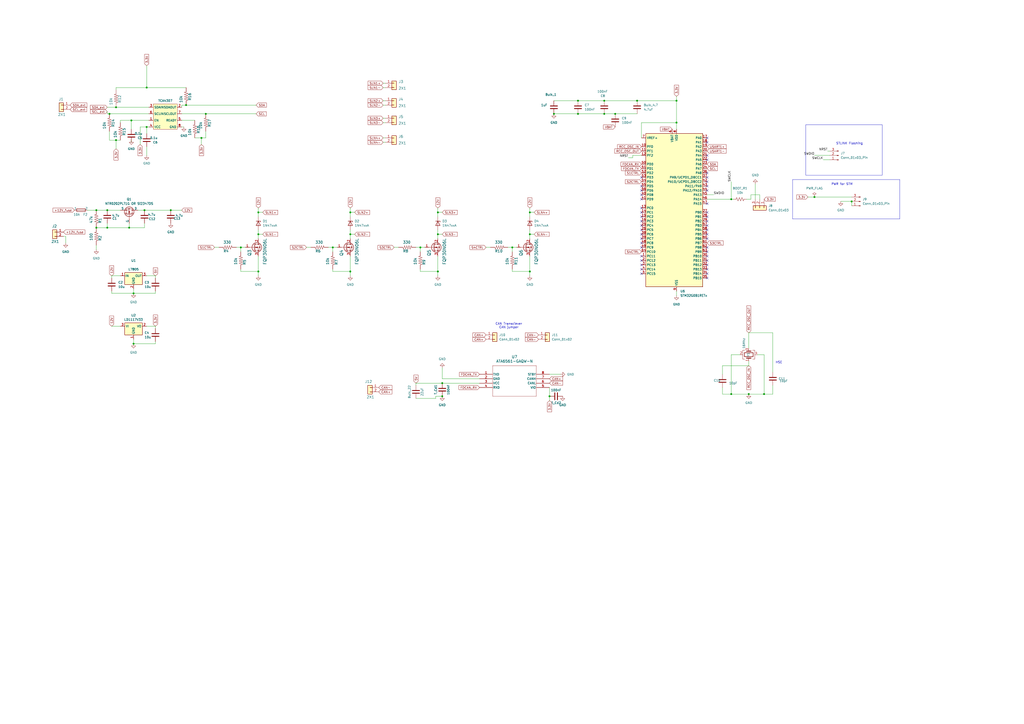
<source format=kicad_sch>
(kicad_sch (version 20250114) (generator "eeschema") (generator_version "9.0")
  (paper "A2")
  (text "HSE\n" (at 451.866 210.312 0) (effects (font (size 1.27 1.27))))
  (text "STLINK Flashing\n" (at 492.76 83.312 0) (effects (font (size 1.27 1.27))))
  (text "CAN Transciever\nCAN jumper\n" (at 295.148 188.976 0) (effects (font (size 1.27 1.27))))
  (text "PWR for STM" (at 488.442 106.934 0) (effects (font (size 1.27 1.27))))
  (text_box "" (at 459.74 104.14 0) (size 62.23 22.86) (margins 0.9525 0.9525 0.9525 0.9525) (effects (font (size 1.27 1.27)) (justify left top)))
  (text_box "" (at 467.36 72.39 0) (size 44.45 29.21) (margins 0.9525 0.9525 0.9525 0.9525) (effects (font (size 1.27 1.27)) (justify left top)))
  (junction (at 139.7 143.51))
  (junction (at 254 157.48))
  (junction (at 77.47 199.39))
  (junction (at 392.43 58.42))
  (junction (at 335.28 66.04))
  (junction (at 350.52 58.42))
  (junction (at 203.2 123.19))
  (junction (at 203.2 135.89))
  (junction (at 55.88 121.92))
  (junction (at 243.84 143.51))
  (junction (at 63.5 66.04))
  (junction (at 83.82 121.92))
  (junction (at 193.04 143.51))
  (junction (at 256.54 229.87))
  (junction (at 356.87 66.04))
  (junction (at 256.54 222.25))
  (junction (at 99.06 121.92))
  (junction (at 55.88 132.08))
  (junction (at 254 123.19))
  (junction (at 472.44 114.3))
  (junction (at 307.34 135.89))
  (junction (at 149.86 157.48))
  (junction (at 434.34 228.6))
  (junction (at 350.52 66.04))
  (junction (at 335.28 58.42))
  (junction (at 443.23 228.6))
  (junction (at 107.95 60.96))
  (junction (at 424.18 115.57))
  (junction (at 76.2 69.85))
  (junction (at 149.86 123.19))
  (junction (at 307.34 157.48))
  (junction (at 149.86 135.89))
  (junction (at 119.38 66.04))
  (junction (at 318.77 229.87))
  (junction (at 85.09 50.8))
  (junction (at 392.43 71.12))
  (junction (at 494.03 116.84))
  (junction (at 307.34 123.19))
  (junction (at 116.84 80.01))
  (junction (at 297.18 143.51))
  (junction (at 85.09 73.66))
  (junction (at 321.31 66.04))
  (junction (at 67.31 81.28))
  (junction (at 62.23 132.08))
  (junction (at 67.31 62.23))
  (junction (at 254 135.89))
  (junction (at 62.23 121.92))
  (junction (at 203.2 157.48))
  (junction (at 369.57 58.42))
  (junction (at 74.93 132.08))
  (junction (at 77.47 170.18))
  (junction (at 424.18 228.6))
  (no_connect (at 372.11 148.59))
  (no_connect (at 410.21 156.21))
  (no_connect (at 410.21 92.71))
  (no_connect (at 372.11 120.65))
  (no_connect (at 372.11 115.57))
  (no_connect (at 372.11 130.81))
  (no_connect (at 372.11 128.27))
  (no_connect (at 410.21 123.19))
  (no_connect (at 410.21 161.29))
  (no_connect (at 372.11 156.21))
  (no_connect (at 410.21 143.51))
  (no_connect (at 410.21 107.95))
  (no_connect (at 372.11 110.49))
  (no_connect (at 410.21 151.13))
  (no_connect (at 372.11 107.95))
  (no_connect (at 410.21 105.41))
  (no_connect (at 410.21 158.75))
  (no_connect (at 410.21 133.35))
  (no_connect (at 410.21 80.01))
  (no_connect (at 372.11 143.51))
  (no_connect (at 372.11 151.13))
  (no_connect (at 410.21 102.87))
  (no_connect (at 372.11 113.03))
  (no_connect (at 372.11 153.67))
  (no_connect (at 372.11 125.73))
  (no_connect (at 410.21 100.33))
  (no_connect (at 372.11 140.97))
  (no_connect (at 410.21 110.49))
  (no_connect (at 410.21 125.73))
  (no_connect (at 372.11 138.43))
  (no_connect (at 410.21 128.27))
  (no_connect (at 372.11 123.19))
  (no_connect (at 410.21 82.55))
  (no_connect (at 372.11 133.35))
  (no_connect (at 372.11 158.75))
  (no_connect (at 410.21 148.59))
  (no_connect (at 410.21 138.43))
  (no_connect (at 372.11 102.87))
  (no_connect (at 410.21 146.05))
  (no_connect (at 372.11 135.89))
  (no_connect (at 410.21 118.11))
  (no_connect (at 410.21 135.89))
  (no_connect (at 410.21 90.17))
  (no_connect (at 410.21 153.67))
  (no_connect (at 410.21 130.81))
  (wire (pts (xy 222.25 82.55) (xy 223.52 82.55)))
  (wire (pts (xy 307.34 157.48) (xy 307.34 160.02)))
  (wire (pts (xy 81.28 73.66) (xy 85.09 73.66)))
  (wire (pts (xy 392.43 55.88) (xy 392.43 58.42)))
  (wire (pts (xy 149.86 133.35) (xy 149.86 135.89)))
  (wire (pts (xy 392.43 58.42) (xy 369.57 58.42)))
  (wire (pts (xy 64.77 170.18) (xy 64.77 168.91)))
  (wire (pts (xy 203.2 123.19) (xy 205.74 123.19)))
  (wire (pts (xy 477.52 92.71) (xy 481.33 92.71)))
  (wire (pts (xy 149.86 135.89) (xy 149.86 138.43)))
  (wire (pts (xy 193.04 143.51) (xy 195.58 143.51)))
  (wire (pts (xy 203.2 123.19) (xy 203.2 125.73)))
  (wire (pts (xy 480.06 87.63) (xy 481.33 87.63)))
  (wire (pts (xy 62.23 121.92) (xy 69.85 121.92)))
  (wire (pts (xy 63.5 81.28) (xy 67.31 81.28)))
  (wire (pts (xy 90.17 189.23) (xy 90.17 190.5)))
  (wire (pts (xy 254 135.89) (xy 254 138.43)))
  (wire (pts (xy 372.11 71.12) (xy 392.43 71.12)))
  (wire (pts (xy 297.18 143.51) (xy 297.18 146.05)))
  (wire (pts (xy 105.41 66.04) (xy 119.38 66.04)))
  (wire (pts (xy 297.18 143.51) (xy 299.72 143.51)))
  (wire (pts (xy 472.44 114.3) (xy 494.03 114.3)))
  (wire (pts (xy 63.5 76.2) (xy 63.5 81.28)))
  (wire (pts (xy 64.77 160.02) (xy 69.85 160.02)))
  (wire (pts (xy 139.7 143.51) (xy 142.24 143.51)))
  (wire (pts (xy 222.25 68.58) (xy 223.52 68.58)))
  (wire (pts (xy 63.5 66.04) (xy 62.23 66.04)))
  (wire (pts (xy 203.2 133.35) (xy 203.2 135.89)))
  (wire (pts (xy 228.6 143.51) (xy 231.14 143.51)))
  (wire (pts (xy 36.83 137.16) (xy 38.1 137.16)))
  (wire (pts (xy 76.2 69.85) (xy 76.2 74.93)))
  (wire (pts (xy 424.18 115.57) (xy 425.45 115.57)))
  (wire (pts (xy 124.46 143.51) (xy 127 143.51)))
  (wire (pts (xy 281.94 143.51) (xy 284.48 143.51)))
  (wire (pts (xy 243.84 143.51) (xy 243.84 146.05)))
  (wire (pts (xy 419.1 212.09) (xy 419.1 217.17)))
  (wire (pts (xy 193.04 157.48) (xy 203.2 157.48)))
  (wire (pts (xy 443.23 228.6) (xy 443.23 205.74)))
  (wire (pts (xy 252.73 231.14) (xy 252.73 229.87)))
  (wire (pts (xy 137.16 143.51) (xy 139.7 143.51)))
  (wire (pts (xy 448.31 228.6) (xy 443.23 228.6)))
  (wire (pts (xy 85.09 50.8) (xy 85.09 38.1)))
  (wire (pts (xy 62.23 132.08) (xy 55.88 132.08)))
  (wire (pts (xy 254 123.19) (xy 256.54 123.19)))
  (wire (pts (xy 69.85 69.85) (xy 69.85 71.12)))
  (wire (pts (xy 364.49 91.44) (xy 367.03 91.44)))
  (wire (pts (xy 297.18 156.21) (xy 297.18 157.48)))
  (wire (pts (xy 254 157.48) (xy 254 148.59)))
  (wire (pts (xy 243.84 156.21) (xy 243.84 157.48)))
  (wire (pts (xy 222.25 80.01) (xy 223.52 80.01)))
  (wire (pts (xy 350.52 58.42) (xy 369.57 58.42)))
  (wire (pts (xy 85.09 50.8) (xy 107.95 50.8)))
  (wire (pts (xy 74.93 132.08) (xy 62.23 132.08)))
  (wire (pts (xy 119.38 66.04) (xy 148.59 66.04)))
  (wire (pts (xy 116.84 80.01) (xy 119.38 80.01)))
  (wire (pts (xy 81.28 73.66) (xy 81.28 83.82)))
  (wire (pts (xy 494.03 116.84) (xy 494.03 119.38)))
  (wire (pts (xy 392.43 71.12) (xy 392.43 74.93)))
  (wire (pts (xy 307.34 135.89) (xy 307.34 138.43)))
  (wire (pts (xy 424.18 228.6) (xy 434.34 228.6)))
  (wire (pts (xy 256.54 222.25) (xy 278.13 222.25)))
  (wire (pts (xy 297.18 157.48) (xy 307.34 157.48)))
  (wire (pts (xy 113.03 80.01) (xy 116.84 80.01)))
  (wire (pts (xy 367.03 90.17) (xy 372.11 90.17)))
  (wire (pts (xy 254 135.89) (xy 256.54 135.89)))
  (wire (pts (xy 86.36 69.85) (xy 76.2 69.85)))
  (wire (pts (xy 203.2 157.48) (xy 203.2 160.02)))
  (wire (pts (xy 424.18 205.74) (xy 429.26 205.74)))
  (wire (pts (xy 443.23 205.74) (xy 439.42 205.74)))
  (wire (pts (xy 419.1 212.09) (xy 434.34 212.09)))
  (wire (pts (xy 99.06 121.92) (xy 83.82 121.92)))
  (wire (pts (xy 83.82 129.54) (xy 83.82 132.08)))
  (wire (pts (xy 254 123.19) (xy 254 125.73)))
  (wire (pts (xy 222.25 58.42) (xy 223.52 58.42)))
  (wire (pts (xy 193.04 156.21) (xy 193.04 157.48)))
  (wire (pts (xy 67.31 62.23) (xy 62.23 62.23)))
  (wire (pts (xy 85.09 160.02) (xy 90.17 160.02)))
  (wire (pts (xy 448.31 223.52) (xy 448.31 228.6)))
  (wire (pts (xy 90.17 160.02) (xy 90.17 161.29)))
  (wire (pts (xy 74.93 129.54) (xy 74.93 132.08)))
  (wire (pts (xy 278.13 219.71) (xy 256.54 219.71)))
  (wire (pts (xy 372.11 71.12) (xy 372.11 80.01)))
  (wire (pts (xy 50.8 121.92) (xy 55.88 121.92)))
  (wire (pts (xy 424.18 205.74) (xy 424.18 228.6)))
  (wire (pts (xy 38.1 137.16) (xy 38.1 140.97)))
  (wire (pts (xy 241.3 143.51) (xy 243.84 143.51)))
  (wire (pts (xy 149.86 123.19) (xy 152.4 123.19)))
  (wire (pts (xy 424.18 105.41) (xy 424.18 115.57)))
  (wire (pts (xy 105.41 60.96) (xy 107.95 60.96)))
  (wire (pts (xy 149.86 120.65) (xy 149.86 123.19)))
  (wire (pts (xy 433.07 115.57) (xy 435.61 115.57)))
  (wire (pts (xy 62.23 129.54) (xy 62.23 132.08)))
  (wire (pts (xy 318.77 229.87) (xy 318.77 224.79)))
  (wire (pts (xy 203.2 135.89) (xy 203.2 138.43)))
  (wire (pts (xy 63.5 66.04) (xy 86.36 66.04)))
  (wire (pts (xy 419.1 224.79) (xy 419.1 228.6)))
  (wire (pts (xy 85.09 73.66) (xy 86.36 73.66)))
  (wire (pts (xy 77.47 167.64) (xy 77.47 170.18)))
  (wire (pts (xy 149.86 135.89) (xy 152.4 135.89)))
  (wire (pts (xy 307.34 133.35) (xy 307.34 135.89)))
  (wire (pts (xy 256.54 213.36) (xy 256.54 219.71)))
  (wire (pts (xy 139.7 143.51) (xy 139.7 146.05)))
  (wire (pts (xy 434.34 193.04) (xy 434.34 201.93)))
  (wire (pts (xy 252.73 229.87) (xy 256.54 229.87)))
  (wire (pts (xy 105.41 69.85) (xy 113.03 69.85)))
  (wire (pts (xy 254 120.65) (xy 254 123.19)))
  (wire (pts (xy 67.31 62.23) (xy 86.36 62.23)))
  (wire (pts (xy 222.25 50.8) (xy 223.52 50.8)))
  (wire (pts (xy 243.84 143.51) (xy 246.38 143.51)))
  (wire (pts (xy 367.03 91.44) (xy 367.03 90.17)))
  (wire (pts (xy 321.31 58.42) (xy 335.28 58.42)))
  (wire (pts (xy 105.41 60.96) (xy 105.41 62.23)))
  (wire (pts (xy 76.2 82.55) (xy 76.2 81.28)))
  (wire (pts (xy 105.41 73.66) (xy 106.68 73.66)))
  (wire (pts (xy 203.2 120.65) (xy 203.2 123.19)))
  (wire (pts (xy 107.95 60.96) (xy 148.59 60.96)))
  (wire (pts (xy 318.77 232.41) (xy 318.77 229.87)))
  (wire (pts (xy 294.64 143.51) (xy 297.18 143.51)))
  (wire (pts (xy 149.86 157.48) (xy 149.86 148.59)))
  (wire (pts (xy 55.88 121.92) (xy 62.23 121.92)))
  (wire (pts (xy 307.34 123.19) (xy 307.34 125.73)))
  (wire (pts (xy 254 157.48) (xy 254 160.02)))
  (wire (pts (xy 90.17 170.18) (xy 90.17 168.91)))
  (wire (pts (xy 307.34 157.48) (xy 307.34 148.59)))
  (wire (pts (xy 67.31 50.8) (xy 67.31 52.07)))
  (wire (pts (xy 105.41 121.92) (xy 99.06 121.92)))
  (wire (pts (xy 222.25 60.96) (xy 223.52 60.96)))
  (wire (pts (xy 448.31 193.04) (xy 448.31 215.9)))
  (wire (pts (xy 307.34 120.65) (xy 307.34 123.19)))
  (wire (pts (xy 410.21 115.57) (xy 424.18 115.57)))
  (wire (pts (xy 77.47 199.39) (xy 90.17 199.39)))
  (wire (pts (xy 468.63 114.3) (xy 472.44 114.3)))
  (wire (pts (xy 64.77 161.29) (xy 64.77 160.02)))
  (wire (pts (xy 116.84 80.01) (xy 116.84 83.82)))
  (wire (pts (xy 222.25 71.12) (xy 223.52 71.12)))
  (wire (pts (xy 243.84 157.48) (xy 254 157.48)))
  (wire (pts (xy 356.87 66.04) (xy 369.57 66.04)))
  (wire (pts (xy 85.09 90.17) (xy 85.09 85.09)))
  (wire (pts (xy 90.17 199.39) (xy 90.17 198.12)))
  (wire (pts (xy 119.38 80.01) (xy 119.38 76.2)))
  (wire (pts (xy 83.82 132.08) (xy 74.93 132.08)))
  (wire (pts (xy 307.34 123.19) (xy 309.88 123.19)))
  (wire (pts (xy 222.25 48.26) (xy 223.52 48.26)))
  (wire (pts (xy 435.61 115.57) (xy 435.61 113.03)))
  (wire (pts (xy 321.31 66.04) (xy 335.28 66.04)))
  (wire (pts (xy 76.2 69.85) (xy 69.85 69.85)))
  (wire (pts (xy 203.2 157.48) (xy 203.2 148.59)))
  (wire (pts (xy 307.34 135.89) (xy 309.88 135.89)))
  (wire (pts (xy 410.21 113.03) (xy 414.02 113.03)))
  (wire (pts (xy 85.09 77.47) (xy 85.09 73.66)))
  (wire (pts (xy 241.3 222.25) (xy 241.3 223.52)))
  (wire (pts (xy 241.3 231.14) (xy 252.73 231.14)))
  (wire (pts (xy 64.77 170.18) (xy 77.47 170.18)))
  (wire (pts (xy 335.28 66.04) (xy 350.52 66.04)))
  (wire (pts (xy 335.28 58.42) (xy 350.52 58.42)))
  (wire (pts (xy 67.31 81.28) (xy 69.85 81.28)))
  (wire (pts (xy 177.8 143.51) (xy 180.34 143.51)))
  (wire (pts (xy 139.7 157.48) (xy 149.86 157.48)))
  (wire (pts (xy 67.31 50.8) (xy 85.09 50.8)))
  (wire (pts (xy 85.09 189.23) (xy 90.17 189.23)))
  (wire (pts (xy 77.47 196.85) (xy 77.47 199.39)))
  (wire (pts (xy 241.3 222.25) (xy 256.54 222.25)))
  (wire (pts (xy 434.34 212.09) (xy 434.34 209.55)))
  (wire (pts (xy 64.77 189.23) (xy 69.85 189.23)))
  (wire (pts (xy 318.77 217.17) (xy 325.12 217.17)))
  (wire (pts (xy 472.44 90.17) (xy 481.33 90.17)))
  (wire (pts (xy 190.5 143.51) (xy 193.04 143.51)))
  (wire (pts (xy 55.88 142.24) (xy 55.88 144.78)))
  (wire (pts (xy 440.69 113.03) (xy 440.69 115.57)))
  (wire (pts (xy 419.1 228.6) (xy 424.18 228.6)))
  (wire (pts (xy 139.7 156.21) (xy 139.7 157.48)))
  (wire (pts (xy 438.15 106.68) (xy 438.15 115.57)))
  (wire (pts (xy 434.34 228.6) (xy 443.23 228.6)))
  (wire (pts (xy 149.86 123.19) (xy 149.86 125.73)))
  (wire (pts (xy 149.86 157.48) (xy 149.86 160.02)))
  (wire (pts (xy 193.04 143.51) (xy 193.04 146.05)))
  (wire (pts (xy 67.31 81.28) (xy 67.31 86.36)))
  (wire (pts (xy 494.03 116.84) (xy 487.68 116.84)))
  (wire (pts (xy 434.34 193.04) (xy 448.31 193.04)))
  (wire (pts (xy 435.61 113.03) (xy 440.69 113.03)))
  (wire (pts (xy 80.01 121.92) (xy 83.82 121.92)))
  (wire (pts (xy 392.43 168.91) (xy 392.43 171.45)))
  (wire (pts (xy 203.2 135.89) (xy 205.74 135.89)))
  (wire (pts (xy 77.47 170.18) (xy 90.17 170.18)))
  (wire (pts (xy 62.23 66.04) (xy 62.23 64.77)))
  (wire (pts (xy 392.43 58.42) (xy 392.43 71.12)))
  (wire (pts (xy 254 133.35) (xy 254 135.89)))
  (wire (pts (xy 350.52 66.04) (xy 356.87 66.04)))
  (label "SWCLK" (at 477.52 92.71 180))
  (label "SWDIO" (at 414.02 113.03 0))
  (label "SWDIO" (at 472.44 90.17 180))
  (label "NRST" (at 364.49 91.44 180))
  (label "SWCLK" (at 424.18 105.41 90))
  (label "NRST" (at 480.06 87.63 180))
  (global_label "3.3V" (shape input) (at 443.23 115.57 0) (property "Intersheetrefs" "${INTERSHEET_REFS}" (effects (hide yes))))
  (global_label "CAN+" (shape input) (at 281.94 194.31 180) (property "Intersheetrefs" "${INTERSHEET_REFS}" (effects (hide yes))))
  (global_label "SLN4+" (shape input) (at 222.25 80.01 180) (property "Intersheetrefs" "${INTERSHEET_REFS}" (effects (hide yes))))
  (global_label "S3CTRL" (shape input) (at 228.6 143.51 180) (property "Intersheetrefs" "${INTERSHEET_REFS}" (effects (hide yes))))
  (global_label "12V" (shape input) (at 149.86 120.65 90) (property "Intersheetrefs" "${INTERSHEET_REFS}" (effects (hide yes))))
  (global_label "S2CTRL" (shape input) (at 177.8 143.51 180) (property "Intersheetrefs" "${INTERSHEET_REFS}" (effects (hide yes))))
  (global_label "SDA_ext" (shape input) (at 62.23 62.23 180) (property "Intersheetrefs" "${INTERSHEET_REFS}" (effects (hide yes))))
  (global_label "VBAT" (shape input) (at 389.89 74.93 180) (property "Intersheetrefs" "${INTERSHEET_REFS}" (effects (hide yes))))
  (global_label "SLN1-" (shape input) (at 222.25 50.8 180) (property "Intersheetrefs" "${INTERSHEET_REFS}" (effects (hide yes))))
  (global_label "12V" (shape input) (at 64.77 189.23 90) (property "Intersheetrefs" "${INTERSHEET_REFS}" (effects (hide yes))))
  (global_label "USART1-" (shape input) (at 410.21 87.63 0) (property "Intersheetrefs" "${INTERSHEET_REFS}" (effects (hide yes))))
  (global_label "12V" (shape input) (at 307.34 120.65 90) (property "Intersheetrefs" "${INTERSHEET_REFS}" (effects (hide yes))))
  (global_label "12V" (shape input) (at 105.41 121.92 0) (property "Intersheetrefs" "${INTERSHEET_REFS}" (effects (hide yes))))
  (global_label "CAN-" (shape input) (at 312.42 196.85 180) (property "Intersheetrefs" "${INTERSHEET_REFS}" (effects (hide yes))))
  (global_label "S4CTRL" (shape input) (at 281.94 143.51 180) (property "Intersheetrefs" "${INTERSHEET_REFS}" (effects (hide yes))))
  (global_label "5V" (shape input) (at 241.3 222.25 90) (property "Intersheetrefs" "${INTERSHEET_REFS}" (effects (hide yes))))
  (global_label "RCC_OSC_OUT" (shape input) (at 372.11 87.63 180) (property "Intersheetrefs" "${INTERSHEET_REFS}" (effects (hide yes))))
  (global_label "SDA" (shape input) (at 148.59 60.96 0) (property "Intersheetrefs" "${INTERSHEET_REFS}" (effects (hide yes))))
  (global_label "SCL" (shape input) (at 148.59 66.04 0) (property "Intersheetrefs" "${INTERSHEET_REFS}" (effects (hide yes))))
  (global_label "SCL" (shape input) (at 410.21 97.79 0) (property "Intersheetrefs" "${INTERSHEET_REFS}" (effects (hide yes))))
  (global_label "SLN1+" (shape input) (at 222.25 48.26 180) (property "Intersheetrefs" "${INTERSHEET_REFS}" (effects (hide yes))))
  (global_label "CAN-" (shape input) (at 219.71 224.79 0) (property "Intersheetrefs" "${INTERSHEET_REFS}" (effects (hide yes))))
  (global_label "12V" (shape input) (at 254 120.65 90) (property "Intersheetrefs" "${INTERSHEET_REFS}" (effects (hide yes))))
  (global_label "SLN2-" (shape input) (at 205.74 135.89 0) (property "Intersheetrefs" "${INTERSHEET_REFS}" (effects (hide yes))))
  (global_label "3.3V" (shape input) (at 90.17 189.23 90) (property "Intersheetrefs" "${INTERSHEET_REFS}" (effects (hide yes))))
  (global_label "SLN4-" (shape input) (at 222.25 82.55 180) (property "Intersheetrefs" "${INTERSHEET_REFS}" (effects (hide yes))))
  (global_label "SLN3+" (shape input) (at 256.54 123.19 0) (property "Intersheetrefs" "${INTERSHEET_REFS}" (effects (hide yes))))
  (global_label "3.3V" (shape input) (at 67.31 86.36 270) (property "Intersheetrefs" "${INTERSHEET_REFS}" (effects (hide yes))))
  (global_label "VBAT" (shape input) (at 356.87 73.66 180) (property "Intersheetrefs" "${INTERSHEET_REFS}" (effects (hide yes))))
  (global_label "SLN3+" (shape input) (at 222.25 68.58 180) (property "Intersheetrefs" "${INTERSHEET_REFS}" (effects (hide yes))))
  (global_label "RCC_OSC_OUT" (shape input) (at 434.34 193.04 90) (property "Intersheetrefs" "${INTERSHEET_REFS}" (effects (hide yes))))
  (global_label "+12V_fuse" (shape input) (at 36.83 134.62 0) (property "Intersheetrefs" "${INTERSHEET_REFS}" (effects (hide yes))))
  (global_label "3.3V" (shape input) (at 468.63 114.3 180) (property "Intersheetrefs" "${INTERSHEET_REFS}" (effects (hide yes))))
  (global_label "FDCAN_RX" (shape input) (at 372.11 95.25 180) (property "Intersheetrefs" "${INTERSHEET_REFS}" (effects (hide yes))))
  (global_label "12V" (shape input) (at 203.2 120.65 90) (property "Intersheetrefs" "${INTERSHEET_REFS}" (effects (hide yes))))
  (global_label "RCC_OSC_IN" (shape input) (at 434.34 212.09 270) (property "Intersheetrefs" "${INTERSHEET_REFS}" (effects (hide yes))))
  (global_label "RCC_OSC_IN" (shape input) (at 372.11 85.09 180) (property "Intersheetrefs" "${INTERSHEET_REFS}" (effects (hide yes))))
  (global_label "FDCAN_TX" (shape input) (at 278.13 217.17 180) (property "Intersheetrefs" "${INTERSHEET_REFS}" (effects (hide yes))))
  (global_label "S4CTRL" (shape input) (at 372.11 146.05 180) (property "Intersheetrefs" "${INTERSHEET_REFS}" (effects (hide yes))))
  (global_label "SLN2+" (shape input) (at 222.25 58.42 180) (property "Intersheetrefs" "${INTERSHEET_REFS}" (effects (hide yes))))
  (global_label "FDCAN_TX" (shape input) (at 372.11 97.79 180) (property "Intersheetrefs" "${INTERSHEET_REFS}" (effects (hide yes))))
  (global_label "SDA_ext" (shape input) (at 40.64 60.96 0) (property "Intersheetrefs" "${INTERSHEET_REFS}" (effects (hide yes))))
  (global_label "S1CTRL" (shape input) (at 372.11 100.33 180) (property "Intersheetrefs" "${INTERSHEET_REFS}" (effects (hide yes))))
  (global_label "SLN3-" (shape input) (at 256.54 135.89 0) (property "Intersheetrefs" "${INTERSHEET_REFS}" (effects (hide yes))))
  (global_label "SLN1-" (shape input) (at 152.4 135.89 0) (property "Intersheetrefs" "${INTERSHEET_REFS}" (effects (hide yes))))
  (global_label "12V" (shape input) (at 64.77 160.02 90) (property "Intersheetrefs" "${INTERSHEET_REFS}" (effects (hide yes))))
  (global_label "USART1+" (shape input) (at 410.21 85.09 0) (property "Intersheetrefs" "${INTERSHEET_REFS}" (effects (hide yes))))
  (global_label "SCL_ext" (shape input) (at 40.64 63.5 0) (property "Intersheetrefs" "${INTERSHEET_REFS}" (effects (hide yes))))
  (global_label "FDCAN_RX" (shape input) (at 278.13 224.79 180) (property "Intersheetrefs" "${INTERSHEET_REFS}" (effects (hide yes))))
  (global_label "CAN+" (shape input) (at 281.94 196.85 180) (property "Intersheetrefs" "${INTERSHEET_REFS}" (effects (hide yes))))
  (global_label "SLN3-" (shape input) (at 222.25 71.12 180) (property "Intersheetrefs" "${INTERSHEET_REFS}" (effects (hide yes))))
  (global_label "SLN2+" (shape input) (at 205.74 123.19 0) (property "Intersheetrefs" "${INTERSHEET_REFS}" (effects (hide yes))))
  (global_label "3.3V" (shape input) (at 392.43 55.88 90) (property "Intersheetrefs" "${INTERSHEET_REFS}" (effects (hide yes))))
  (global_label "CAN-" (shape input) (at 318.77 222.25 0) (property "Intersheetrefs" "${INTERSHEET_REFS}" (effects (hide yes))))
  (global_label "3.3V" (shape input) (at 116.84 83.82 270) (property "Intersheetrefs" "${INTERSHEET_REFS}" (effects (hide yes))))
  (global_label "3.3V" (shape input) (at 85.09 38.1 90) (property "Intersheetrefs" "${INTERSHEET_REFS}" (effects (hide yes))))
  (global_label "CAN-" (shape input) (at 312.42 194.31 180) (property "Intersheetrefs" "${INTERSHEET_REFS}" (effects (hide yes))))
  (global_label "S1CTRL" (shape input) (at 124.46 143.51 180) (property "Intersheetrefs" "${INTERSHEET_REFS}" (effects (hide yes))))
  (global_label "3.3V" (shape input) (at 81.28 83.82 270) (property "Intersheetrefs" "${INTERSHEET_REFS}" (effects (hide yes))))
  (global_label "5V" (shape input) (at 90.17 160.02 90) (property "Intersheetrefs" "${INTERSHEET_REFS}" (effects (hide yes))))
  (global_label "CAN+" (shape input) (at 318.77 219.71 0) (property "Intersheetrefs" "${INTERSHEET_REFS}" (effects (hide yes))))
  (global_label "SLN4+" (shape input) (at 309.88 123.19 0) (property "Intersheetrefs" "${INTERSHEET_REFS}" (effects (hide yes))))
  (global_label "S3CTRL" (shape input) (at 410.21 140.97 0) (property "Intersheetrefs" "${INTERSHEET_REFS}" (effects (hide yes))))
  (global_label "SCL_ext" (shape input) (at 62.23 64.77 180) (property "Intersheetrefs" "${INTERSHEET_REFS}" (effects (hide yes))))
  (global_label "SLN1+" (shape input) (at 152.4 123.19 0) (property "Intersheetrefs" "${INTERSHEET_REFS}" (effects (hide yes))))
  (global_label "CAN+" (shape input) (at 219.71 227.33 0) (property "Intersheetrefs" "${INTERSHEET_REFS}" (effects (hide yes))))
  (global_label "+12V_fuse" (shape input) (at 43.18 121.92 180) (property "Intersheetrefs" "${INTERSHEET_REFS}" (effects (hide yes))))
  (global_label "S2CTRL" (shape input) (at 372.11 105.41 180) (property "Intersheetrefs" "${INTERSHEET_REFS}" (effects (hide yes))))
  (global_label "3.3V" (shape input) (at 318.77 232.41 270) (property "Intersheetrefs" "${INTERSHEET_REFS}" (effects (hide yes))))
  (global_label "SLN4-" (shape input) (at 309.88 135.89 0) (property "Intersheetrefs" "${INTERSHEET_REFS}" (effects (hide yes))))
  (global_label "SLN2-" (shape input) (at 222.25 60.96 180) (property "Intersheetrefs" "${INTERSHEET_REFS}" (effects (hide yes))))
  (global_label "SDA" (shape input) (at 410.21 95.25 0) (property "Intersheetrefs" "${INTERSHEET_REFS}" (effects (hide yes))))
  (symbol (lib_id "Device:C") (at 90.17 194.31 0) (unit 1)
    (property "Reference" "C4" (at 83.82 193.04 0) (effects (justify left)))
    (property "Value" "10u" (at 83.82 195.58 0) (effects (justify left)))
    (property "Footprint" "Capacitor_THT:CP_Radial_D5.0mm_P2.00mm" (effects (hide yes)))
  )
  (symbol (lib_id "Transistor_FET:IRLZ34N") (at 251.46 143.51 0) (unit 1)
    (property "Reference" "Q5" (at 248.92 148.59 90) (effects (font (size 1.778 1.778)) (justify left)))
    (property "Value" "FQP30N06L" (at 257.81 153.67 90) (effects (font (size 1.778 1.778)) (justify left)))
    (property "Footprint" "Package_TO_SOT_THT:TO-220-3_Vertical" (effects (hide yes)))
    (property "Datasheet" "http://www.infineon.com/dgdl/irlz34npbf.pdf?fileId=5546d462533600a40153567206892720" (effects (hide yes)))
  )
  (symbol (lib_id "Device:C") (at 62.23 125.73 180) (unit 1)
    (property "Reference" "C1" (at 67.818 126.746 0) (effects (justify left)))
    (property "Value" "4.7u" (at 69.342 124.968 0) (effects (justify left)))
    (property "Footprint" "Capacitor_SMD:C_0402_1005Metric" (effects (hide yes)))
  )
  (symbol (lib_id "Connector_Generic:Conn_01x02") (at 287.02 194.31 0) (unit 1)
    (property "Reference" "J10" (at 289.56 194.3099 0) (effects (justify left)))
    (property "Value" "Conn_01x02" (at 289.56 196.8499 0) (effects (justify left)))
    (property "Footprint" "Connector_PinHeader_2.54mm:PinHeader_1x02_P2.54mm_Vertical" (effects (hide yes)))
    (property "Description" "Generic connector, single row, 01x02, script generated (kicad-library-utils/schlib/autogen/connector/)" (effects (hide yes)))
  )
  (symbol (lib_id "PowerboardRev5-eagle-import:R-US_R0805") (at 297.18 151.13 270) (mirror x) (unit 1)
    (property "Reference" "R11" (at 298.45 153.67 0) (effects (font (size 1.4986 1.4986)) (justify left bottom)))
    (property "Value" "10k" (at 293.37 153.67 0) (effects (font (size 1.4986 1.4986)) (justify left bottom)))
    (property "Footprint" "Resistor_SMD:R_0805_2012Metric_Pad1.20x1.40mm_HandSolder" (effects (hide yes)))
  )
  (symbol (lib_id "power:GND") (at 256.54 213.36 180) (unit 1)
    (property "Reference" "#PWR050" (effects (hide yes)))
    (property "Value" "GND" (at 256.54 208.28 0))
  )
  (symbol (lib_id "Transistor_FET:IRLZ34N") (at 200.66 143.51 0) (unit 1)
    (property "Reference" "Q4" (at 198.12 148.59 90) (effects (font (size 1.778 1.778)) (justify left)))
    (property "Value" "FQP30N06L" (at 207.01 153.67 90) (effects (font (size 1.778 1.778)) (justify left)))
    (property "Footprint" "Package_TO_SOT_THT:TO-220-3_Vertical" (effects (hide yes)))
    (property "Datasheet" "http://www.infineon.com/dgdl/irlz34npbf.pdf?fileId=5546d462533600a40153567206892720" (effects (hide yes)))
  )
  (symbol (lib_id "power:GND") (at 256.54 229.87 0) (unit 1)
    (property "Reference" "#PWR049" (effects (hide yes)))
    (property "Value" "GND" (at 256.54 234.95 0))
  )
  (symbol (lib_id "PowerboardRev5-eagle-import:R-US_R0805") (at 55.88 137.16 270) (mirror x) (unit 1)
    (property "Reference" "R2" (at 57.15 139.7 0) (effects (font (size 1.4986 1.4986)) (justify left bottom)))
    (property "Value" "100" (at 52.07 139.7 0) (effects (font (size 1.4986 1.4986)) (justify left bottom)))
    (property "Footprint" "Resistor_SMD:R_0402_1005Metric" (effects (hide yes)))
  )
  (symbol (lib_id "Connector_Generic:Conn_01x03") (at 440.69 120.65 270) (unit 1)
    (property "Reference" "J8" (at 445.77 119.3799 90) (effects (justify left)))
    (property "Value" "Conn_01x03" (at 445.77 121.9199 90) (effects (justify left)))
    (property "Footprint" "custom_components:slide_switch_EGER1218_Thruster" (effects (hide yes)))
    (property "Description" "Generic connector, single row, 01x03, script generated (kicad-library-utils/schlib/autogen/connector/)" (effects (hide yes)))
  )
  (symbol (lib_id "power:GND") (at 321.31 66.04 0) (unit 1)
    (property "Reference" "#PWR052" (effects (hide yes)))
    (property "Value" "GND" (at 321.31 71.12 0))
  )
  (symbol (lib_id "Connector_Generic:Conn_01x02") (at 228.6 68.58 0) (unit 1)
    (property "Reference" "J5" (at 231.14 68.58 0) (effects (font (size 1.4986 1.4986)) (justify left bottom)))
    (property "Value" "2X1" (at 231.14 72.39 0) (effects (font (size 1.4986 1.4986)) (justify left bottom)))
    (property "Footprint" "Connector_JST:JST_PH_B2B-PH-K_1x02_P2.00mm_Vertical" (effects (hide yes)))
  )
  (symbol (lib_id "power:GND") (at 326.39 229.87 0) (unit 1)
    (property "Reference" "#PWR048" (effects (hide yes)))
    (property "Value" "GND" (at 326.39 234.95 0))
  )
  (symbol (lib_id "Device:R_US") (at 429.26 115.57 90) (unit 1)
    (property "Reference" "BOOT_R1" (at 429.26 109.22 90))
    (property "Value" "10k" (at 429.26 111.76 90))
    (property "Footprint" "Resistor_SMD:R_0805_2012Metric_Pad1.20x1.40mm_HandSolder" (effects (hide yes)))
    (property "Description" "Resistor, US symbol" (effects (hide yes)))
  )
  (symbol (lib_id "Device:C") (at 350.52 62.23 0) (mirror y) (unit 1)
    (property "Reference" "C8" (at 351.028 55.626 0) (effects (justify left)))
    (property "Value" "100nF" (at 352.552 53.086 0) (effects (justify left)))
    (property "Footprint" "Capacitor_SMD:C_0805_2012Metric_Pad1.18x1.45mm_HandSolder" (effects (hide yes)))
    (property "Description" "Unpolarized capacitor" (effects (hide yes)))
  )
  (symbol (lib_id "Device:C") (at 322.58 229.87 90) (unit 1)
    (property "Reference" "T_Cd2" (at 322.58 233.68 90))
    (property "Value" "100nF" (at 322.58 226.314 90))
    (property "Footprint" "Capacitor_SMD:C_0805_2012Metric_Pad1.18x1.45mm_HandSolder" (effects (hide yes)))
    (property "Description" "Unpolarized capacitor" (effects (hide yes)))
  )
  (symbol (lib_id "Device:C") (at 83.82 125.73 180) (unit 1)
    (property "Reference" "C12" (at 90.17 127 0) (effects (justify left)))
    (property "Value" "4.7u" (at 90.17 124.46 0) (effects (justify left)))
    (property "Footprint" "Capacitor_SMD:C_0402_1005Metric" (effects (hide yes)))
  )
  (symbol (lib_id "PowerboardRev5-eagle-import:R-US_R0805") (at 132.08 143.51 0) (mirror x) (unit 1)
    (property "Reference" "R4" (at 129.54 144.78 0) (effects (font (size 1.4986 1.4986)) (justify left bottom)))
    (property "Value" "330" (at 129.54 139.7 0) (effects (font (size 1.4986 1.4986)) (justify left bottom)))
    (property "Footprint" "Resistor_SMD:R_0805_2012Metric_Pad1.20x1.40mm_HandSolder" (effects (hide yes)))
  )
  (symbol (lib_id "Connector_Generic:Conn_01x02") (at 228.6 80.01 0) (unit 1)
    (property "Reference" "J6" (at 231.14 80.01 0) (effects (font (size 1.4986 1.4986)) (justify left bottom)))
    (property "Value" "2X1" (at 231.14 83.82 0) (effects (font (size 1.4986 1.4986)) (justify left bottom)))
    (property "Footprint" "Connector_JST:JST_PH_B2B-PH-K_1x02_P2.00mm_Vertical" (effects (hide yes)))
  )
  (symbol (lib_id "Device:C") (at 241.3 227.33 0) (unit 1)
    (property "Reference" "Bulk_22" (at 237.49 227.33 90))
    (property "Value" "22uF" (at 244.856 227.33 90))
    (property "Footprint" "Capacitor_SMD:C_0805_2012Metric_Pad1.18x1.45mm_HandSolder" (effects (hide yes)))
    (property "Description" "Unpolarized capacitor" (effects (hide yes)))
  )
  (symbol (lib_id "PowerboardRev5-eagle-import:R-US_R0805") (at 63.5 71.12 270) (mirror x) (unit 1)
    (property "Reference" "R14" (at 64.77 73.66 0) (effects (font (size 1.4986 1.4986)) (justify left bottom)))
    (property "Value" "10k" (at 59.69 74.93 0) (effects (font (size 1.4986 1.4986)) (justify left bottom)))
    (property "Footprint" "Capacitor_SMD:C_0201_0603Metric" (effects (hide yes)))
  )
  (symbol (lib_id "Regulator_Linear:LD1117S33TR_SOT223") (at 77.47 189.23 0) (unit 1)
    (property "Reference" "U2" (at 77.47 182.88 0))
    (property "Value" "LD1117V33" (at 77.47 185.42 0))
    (property "Footprint" "Package_TO_SOT_THT:TO-220-3_Vertical" (effects (hide yes)))
    (property "Datasheet" "http://www.st.com/st-web-ui/static/active/en/resource/technical/document/datasheet/CD00000544.pdf" (effects (hide yes)))
  )
  (symbol (lib_id "power:GND") (at 106.68 73.66 0) (unit 1)
    (property "Reference" "#PWR034" (effects (hide yes)))
    (property "Value" "GND" (at 106.68 78.74 0))
  )
  (symbol (lib_id "PowerboardRev5-eagle-import:R-US_R0805") (at 107.95 55.88 270) (mirror x) (unit 1)
    (property "Reference" "R16" (at 109.22 58.42 0) (effects (font (size 1.4986 1.4986)) (justify left bottom)))
    (property "Value" "10k" (at 104.14 59.69 0) (effects (font (size 1.4986 1.4986)) (justify left bottom)))
    (property "Footprint" "Capacitor_SMD:C_0201_0603Metric" (effects (hide yes)))
  )
  (symbol (lib_id "power:GND") (at 487.68 116.84 0) (unit 1)
    (property "Reference" "#PWR053" (effects (hide yes)))
    (property "Value" "GND" (at 487.68 121.92 0))
  )
  (symbol (lib_id "Device:C") (at 256.54 226.06 0) (unit 1)
    (property "Reference" "T_Cd1" (at 252.73 226.06 90))
    (property "Value" "100nF" (at 260.096 226.06 90))
    (property "Footprint" "Capacitor_SMD:C_0805_2012Metric_Pad1.18x1.45mm_HandSolder" (effects (hide yes)))
    (property "Description" "Unpolarized capacitor" (effects (hide yes)))
  )
  (symbol (lib_id "power:GND") (at 77.47 170.18 0) (unit 1)
    (property "Reference" "#PWR012" (effects (hide yes)))
    (property "Value" "GND" (at 77.47 175.26 0))
  )
  (symbol (lib_id "PowerboardRev5-eagle-import:R-US_R0805") (at 113.03 74.93 270) (mirror x) (unit 1)
    (property "Reference" "R18" (at 114.3 77.47 0) (effects (font (size 1.4986 1.4986)) (justify left bottom)))
    (property "Value" "10k" (at 109.22 78.74 0) (effects (font (size 1.4986 1.4986)) (justify left bottom)))
    (property "Footprint" "Capacitor_SMD:C_0201_0603Metric" (effects (hide yes)))
  )
  (symbol (lib_id "PowerboardRev5-eagle-import:R-US_R0805") (at 69.85 76.2 270) (mirror x) (unit 1)
    (property "Reference" "R15" (at 71.12 78.74 0) (effects (font (size 1.4986 1.4986)) (justify left bottom)))
    (property "Value" "10k" (at 66.04 80.01 0) (effects (font (size 1.4986 1.4986)) (justify left bottom)))
    (property "Footprint" "Capacitor_SMD:C_0201_0603Metric" (effects (hide yes)))
  )
  (symbol (lib_id "Diode:1N47xxA") (at 203.2 129.54 270) (unit 1)
    (property "Reference" "D2" (at 205.74 128.27 90) (effects (justify left)))
    (property "Value" "1N47xxA" (at 205.74 130.81 90) (effects (justify left)))
    (property "Footprint" "Diode_THT:D_DO-41_SOD81_P10.16mm_Horizontal" (effects (hide yes)))
    (property "Datasheet" "https://www.vishay.com/docs/85816/1n4728a.pdf" (effects (hide yes)))
  )
  (symbol (lib_id "power:GND") (at 254 160.02 0) (unit 1)
    (property "Reference" "#PWR020" (effects (hide yes)))
    (property "Value" "GND" (at 254 165.1 0))
  )
  (symbol (lib_id "power:GND") (at 203.2 160.02 0) (unit 1)
    (property "Reference" "#PWR019" (effects (hide yes)))
    (property "Value" "GND" (at 203.2 165.1 0))
  )
  (symbol (lib_id "Connector_Generic:Conn_01x02") (at 31.75 134.62 0) (mirror y) (unit 1)
    (property "Reference" "J2" (at 33.02 132.08 0) (effects (font (size 1.4986 1.4986)) (justify left bottom)))
    (property "Value" "2X1" (at 34.29 140.97 0) (effects (font (size 1.4986 1.4986)) (justify left bottom)))
    (property "Footprint" "Connector_JST:JST_PH_B2B-PH-K_1x02_P2.00mm_Vertical" (effects (hide yes)))
  )
  (symbol (lib_id "PowerboardRev5-eagle-import:R-US_R0805") (at 119.38 71.12 270) (mirror x) (unit 1)
    (property "Reference" "R17" (at 120.65 73.66 0) (effects (font (size 1.4986 1.4986)) (justify left bottom)))
    (property "Value" "10k" (at 115.57 74.93 0) (effects (font (size 1.4986 1.4986)) (justify left bottom)))
    (property "Footprint" "Capacitor_SMD:C_0201_0603Metric" (effects (hide yes)))
  )
  (symbol (lib_id "MCU_ST_STM32G0:STM32G0B1RETx") (at 389.89 123.19 0) (unit 1)
    (property "Reference" "U6" (at 394.6241 168.91 0) (effects (justify left)))
    (property "Value" "STM32G0B1RETx" (at 394.6241 171.45 0) (effects (justify left)))
    (property "Footprint" "Package_QFP:LQFP-64_10x10mm_P0.5mm" (effects (hide yes)))
    (property "Datasheet" "https://www.st.com/resource/en/datasheet/stm32g0b1re.pdf" (effects (hide yes)))
  )
  (symbol (lib_id "Device:C") (at 90.17 165.1 0) (unit 1)
    (property "Reference" "C3" (at 83.82 163.83 0) (effects (justify left)))
    (property "Value" "10u" (at 83.82 166.37 0) (effects (justify left)))
    (property "Footprint" "Capacitor_THT:CP_Radial_D5.0mm_P2.00mm" (effects (hide yes)))
  )
  (symbol (lib_id "power:GND") (at 55.88 144.78 0) (unit 1)
    (property "Reference" "#PWR01" (effects (hide yes)))
    (property "Value" "GND" (at 55.88 149.86 0))
  )
  (symbol (lib_id "Device:C") (at 419.1 220.98 0) (unit 1)
    (property "Reference" "C10" (at 414.02 220.726 0) (effects (justify left)))
    (property "Value" "10pF" (at 422.91 222.2499 0) (effects (justify left)))
    (property "Footprint" "Capacitor_SMD:C_0402_1005Metric_Pad0.74x0.62mm_HandSolder" (effects (hide yes)))
    (property "Description" "Unpolarized capacitor" (effects (hide yes)))
  )
  (symbol (lib_id "PowerboardRev5-eagle-import:R-US_R0805") (at 55.88 127 270) (mirror x) (unit 1)
    (property "Reference" "R1" (at 57.15 129.54 0) (effects (font (size 1.4986 1.4986)) (justify left bottom)))
    (property "Value" "47k" (at 52.07 129.54 0) (effects (font (size 1.4986 1.4986)) (justify left bottom)))
    (property "Footprint" "Resistor_SMD:R_0402_1005Metric" (effects (hide yes)))
  )
  (symbol (lib_id "power:GND") (at 434.34 228.6 0) (unit 1)
    (property "Reference" "#PWR054" (effects (hide yes)))
    (property "Value" "GND" (at 434.34 233.68 0))
  )
  (symbol (lib_id "Diode:1N47xxA") (at 254 129.54 270) (unit 1)
    (property "Reference" "D3" (at 256.54 128.27 90) (effects (justify left)))
    (property "Value" "1N47xxA" (at 256.54 130.81 90) (effects (justify left)))
    (property "Footprint" "Diode_THT:D_DO-41_SOD81_P10.16mm_Horizontal" (effects (hide yes)))
    (property "Datasheet" "https://www.vishay.com/docs/85816/1n4728a.pdf" (effects (hide yes)))
  )
  (symbol (lib_id "power:GND") (at 438.15 106.68 180) (unit 1)
    (property "Reference" "#PWR044" (effects (hide yes)))
    (property "Value" "GND" (at 438.15 101.6 0))
  )
  (symbol (lib_id "power:GND") (at 325.12 217.17 90) (unit 1)
    (property "Reference" "#PWR047" (effects (hide yes)))
    (property "Value" "GND" (at 328.93 217.1699 90) (effects (justify right)))
  )
  (symbol (lib_id "Transistor_FET:IRLZ34N") (at 304.8 143.51 0) (unit 1)
    (property "Reference" "Q6" (at 302.26 148.59 90) (effects (font (size 1.778 1.778)) (justify left)))
    (property "Value" "FQP30N06L" (at 311.15 153.67 90) (effects (font (size 1.778 1.778)) (justify left)))
    (property "Footprint" "Package_TO_SOT_THT:TO-220-3_Vertical" (effects (hide yes)))
    (property "Datasheet" "http://www.infineon.com/dgdl/irlz34npbf.pdf?fileId=5546d462533600a40153567206892720" (effects (hide yes)))
  )
  (symbol (lib_id "Device:Fuse") (at 46.99 121.92 270) (unit 1)
    (property "Reference" "F2" (at 49.53 124.46 90))
    (property "Value" "10A" (at 44.45 124.46 90))
    (property "Footprint" "Fuse:Fuse_1206_3216Metric" (effects (hide yes)))
  )
  (symbol (lib_id "PowerboardRev5-eagle-import:R-US_R0805") (at 193.04 151.13 270) (mirror x) (unit 1)
    (property "Reference" "R7" (at 194.31 153.67 0) (effects (font (size 1.4986 1.4986)) (justify left bottom)))
    (property "Value" "10k" (at 189.23 153.67 0) (effects (font (size 1.4986 1.4986)) (justify left bottom)))
    (property "Footprint" "Resistor_SMD:R_0805_2012Metric_Pad1.20x1.40mm_HandSolder" (effects (hide yes)))
  )
  (symbol (lib_id "power:GND") (at 77.47 199.39 0) (unit 1)
    (property "Reference" "#PWR011" (effects (hide yes)))
    (property "Value" "GND" (at 77.47 204.47 0))
  )
  (symbol (lib_id "power:GND") (at 392.43 171.45 0) (unit 1)
    (property "Reference" "#PWR051" (effects (hide yes)))
    (property "Value" "GND" (at 392.43 176.53 0))
  )
  (symbol (lib_id "Connector:Conn_01x03_Pin") (at 486.41 90.17 180) (unit 1)
    (property "Reference" "J7" (at 487.68 88.8999 0) (effects (justify right)))
    (property "Value" "Conn_01x03_Pin" (at 487.68 91.4399 0) (effects (justify right)))
    (property "Footprint" "Connector_PinHeader_2.54mm:PinHeader_1x03_P2.54mm_Vertical" (effects (hide yes)))
    (property "Description" "Generic connector, single row, 01x03, script generated" (effects (hide yes)))
  )
  (symbol (lib_id "Device:C") (at 335.28 62.23 0) (unit 1)
    (property "Reference" "C7" (at 339.09 60.9599 0) (effects (justify left)))
    (property "Value" "100nF" (at 339.09 63.4999 0) (effects (justify left)))
    (property "Footprint" "Capacitor_SMD:C_0805_2012Metric_Pad1.18x1.45mm_HandSolder" (effects (hide yes)))
    (property "Description" "Unpolarized capacitor" (effects (hide yes)))
  )
  (symbol (lib_id "PowerboardRev5-eagle-import:R-US_R0805") (at 67.31 57.15 270) (mirror x) (unit 1)
    (property "Reference" "R12" (at 68.58 59.69 0) (effects (font (size 1.4986 1.4986)) (justify left bottom)))
    (property "Value" "10k" (at 63.5 60.96 0) (effects (font (size 1.4986 1.4986)) (justify left bottom)))
    (property "Footprint" "Capacitor_SMD:C_0201_0603Metric" (effects (hide yes)))
  )
  (symbol (lib_id "Diode:1N47xxA") (at 307.34 129.54 270) (unit 1)
    (property "Reference" "D4" (at 309.88 128.27 90) (effects (justify left)))
    (property "Value" "1N47xxA" (at 309.88 130.81 90) (effects (justify left)))
    (property "Footprint" "Diode_THT:D_DO-41_SOD81_P10.16mm_Horizontal" (effects (hide yes)))
    (property "Datasheet" "https://www.vishay.com/docs/85816/1n4728a.pdf" (effects (hide yes)))
  )
  (symbol (lib_id "Device:C") (at 321.31 62.23 180) (unit 1)
    (property "Reference" "Bulk_1" (at 322.834 54.864 0) (effects (justify left)))
    (property "Value" "1uF" (at 317.5 60.9601 0) (effects (justify left)))
    (property "Footprint" "Capacitor_SMD:C_0805_2012Metric_Pad1.18x1.45mm_HandSolder" (effects (hide yes)))
    (property "Description" "Unpolarized capacitor" (effects (hide yes)))
  )
  (symbol (lib_id "PowerboardRev5-eagle-import:R-US_R0805") (at 289.56 143.51 0) (mirror x) (unit 1)
    (property "Reference" "R10" (at 287.02 144.78 0) (effects (font (size 1.4986 1.4986)) (justify left bottom)))
    (property "Value" "330" (at 287.02 139.7 0) (effects (font (size 1.4986 1.4986)) (justify left bottom)))
    (property "Footprint" "Resistor_SMD:R_0805_2012Metric_Pad1.20x1.40mm_HandSolder" (effects (hide yes)))
  )
  (symbol (lib_id "Connector_Generic:Conn_01x02") (at 35.56 60.96 0) (mirror y) (unit 1)
    (property "Reference" "J1" (at 36.83 58.42 0) (effects (font (size 1.4986 1.4986)) (justify left bottom)))
    (property "Value" "2X1" (at 38.1 67.31 0) (effects (font (size 1.4986 1.4986)) (justify left bottom)))
    (property "Footprint" "Connector_JST:JST_PH_B2B-PH-K_1x02_P2.00mm_Vertical" (effects (hide yes)))
  )
  (symbol (lib_id "Connector_Generic:Conn_01x02") (at 228.6 48.26 0) (unit 1)
    (property "Reference" "J3" (at 231.14 48.26 0) (effects (font (size 1.4986 1.4986)) (justify left bottom)))
    (property "Value" "2X1" (at 231.14 52.07 0) (effects (font (size 1.4986 1.4986)) (justify left bottom)))
    (property "Footprint" "Connector_JST:JST_PH_B2B-PH-K_1x02_P2.00mm_Vertical" (effects (hide yes)))
  )
  (symbol (lib_id "Device:Crystal_GND24") (at 434.34 205.74 90) (unit 1)
    (property "Reference" "Y1" (at 434.086 205.74 0))
    (property "Value" "16Mhz" (at 431.546 199.136 0))
    (property "Footprint" "Crystal:Crystal_SMD_3225-4Pin_3.2x2.5mm" (effects (hide yes)))
    (property "Datasheet" "https://jlcpcb.com/api/file/downloadByFileSystemAccessId/8588880998490910720" (effects (hide yes)))
    (property "Description" "Four pin crystal, GND on pins 2 and 4" (effects (hide yes)))
  )
  (symbol (lib_id "Device:C") (at 76.2 78.74 180) (unit 1)
    (property "Reference" "C5" (at 82.55 80.01 0) (effects (justify left)))
    (property "Value" "0.1u" (at 82.55 77.47 0) (effects (justify left)))
    (property "Footprint" "Capacitor_SMD:C_0402_1005Metric" (effects (hide yes)))
  )
  (symbol (lib_id "PowerboardRev5-eagle-import:R-US_R0805") (at 243.84 151.13 270) (mirror x) (unit 1)
    (property "Reference" "R9" (at 245.11 153.67 0) (effects (font (size 1.4986 1.4986)) (justify left bottom)))
    (property "Value" "10k" (at 240.03 153.67 0) (effects (font (size 1.4986 1.4986)) (justify left bottom)))
    (property "Footprint" "Resistor_SMD:R_0805_2012Metric_Pad1.20x1.40mm_HandSolder" (effects (hide yes)))
  )
  (symbol (lib_id "Connector_Generic:Conn_01x02") (at 214.63 224.79 0) (mirror y) (unit 1)
    (property "Reference" "J12" (at 215.9 222.25 0) (effects (font (size 1.4986 1.4986)) (justify left bottom)))
    (property "Value" "2X1" (at 217.17 231.14 0) (effects (font (size 1.4986 1.4986)) (justify left bottom)))
    (property "Footprint" "Connector_JST:JST_PH_B2B-PH-K_1x02_P2.00mm_Vertical" (effects (hide yes)))
  )
  (symbol (lib_id "Connector_Generic:Conn_01x02") (at 317.5 194.31 0) (unit 1)
    (property "Reference" "J11" (at 320.04 194.3099 0) (effects (justify left)))
    (property "Value" "Conn_01x02" (at 320.04 196.8499 0) (effects (justify left)))
    (property "Footprint" "Connector_PinHeader_2.54mm:PinHeader_1x02_P2.54mm_Vertical" (effects (hide yes)))
    (property "Description" "Generic connector, single row, 01x02, script generated (kicad-library-utils/schlib/autogen/connector/)" (effects (hide yes)))
  )
  (symbol (lib_id "Device:C") (at 64.77 165.1 0) (unit 1)
    (property "Reference" "C2" (at 68.58 163.83 0) (effects (justify left)))
    (property "Value" "10u" (at 68.58 166.37 0) (effects (justify left)))
    (property "Footprint" "Capacitor_THT:CP_Radial_D5.0mm_P2.00mm" (effects (hide yes)))
  )
  (symbol (lib_id "PowerboardRev5-eagle-import:R-US_R0805") (at 236.22 143.51 0) (mirror x) (unit 1)
    (property "Reference" "R8" (at 233.68 144.78 0) (effects (font (size 1.4986 1.4986)) (justify left bottom)))
    (property "Value" "330" (at 233.68 139.7 0) (effects (font (size 1.4986 1.4986)) (justify left bottom)))
    (property "Footprint" "Resistor_SMD:R_0805_2012Metric_Pad1.20x1.40mm_HandSolder" (effects (hide yes)))
  )
  (symbol (lib_id "power:GND") (at 76.2 81.28 0) (unit 1)
    (property "Reference" "#PWR029" (effects (hide yes)))
    (property "Value" "GND" (at 76.2 86.36 0))
  )
  (symbol (lib_id "power:GND") (at 99.06 129.54 0) (unit 1)
    (property "Reference" "#PWR02" (effects (hide yes)))
    (property "Value" "GND" (at 99.06 134.62 0))
  )
  (symbol (lib_id "Device:C") (at 99.06 125.73 180) (unit 1)
    (property "Reference" "C13" (at 104.648 126.746 0) (effects (justify left)))
    (property "Value" "4.7u" (at 106.172 124.968 0) (effects (justify left)))
    (property "Footprint" "Capacitor_SMD:C_0402_1005Metric" (effects (hide yes)))
  )
  (symbol (lib_id "Transistor_FET:IRLZ34N") (at 147.32 143.51 0) (unit 1)
    (property "Reference" "Q3" (at 144.78 148.59 90) (effects (font (size 1.778 1.778)) (justify left)))
    (property "Value" "FQP30N06L" (at 153.67 153.67 90) (effects (font (size 1.778 1.778)) (justify left)))
    (property "Footprint" "Package_TO_SOT_THT:TO-220-3_Vertical" (effects (hide yes)))
    (property "Datasheet" "http://www.infineon.com/dgdl/irlz34npbf.pdf?fileId=5546d462533600a40153567206892720" (effects (hide yes)))
  )
  (symbol (lib_id "PowerboardRev5-eagle-import:R-US_R0805") (at 139.7 151.13 270) (mirror x) (unit 1)
    (property "Reference" "R5" (at 140.97 153.67 0) (effects (font (size 1.4986 1.4986)) (justify left bottom)))
    (property "Value" "10k" (at 135.89 153.67 0) (effects (font (size 1.4986 1.4986)) (justify left bottom)))
    (property "Footprint" "Resistor_SMD:R_0805_2012Metric_Pad1.20x1.40mm_HandSolder" (effects (hide yes)))
  )
  (symbol (lib_id "Device:C") (at 356.87 69.85 0) (unit 1)
    (property "Reference" "C9" (at 360.68 68.5799 0) (effects (justify left)))
    (property "Value" "100nF" (at 360.68 71.1199 0) (effects (justify left)))
    (property "Footprint" "Capacitor_SMD:C_0805_2012Metric_Pad1.18x1.45mm_HandSolder" (effects (hide yes)))
    (property "Description" "Unpolarized capacitor" (effects (hide yes)))
  )
  (symbol (lib_id "Device:C") (at 448.31 219.71 0) (unit 1)
    (property "Reference" "C11" (at 451.612 219.71 0) (effects (justify left)))
    (property "Value" "10pF" (at 452.12 220.9799 0) (effects (justify left)))
    (property "Footprint" "Capacitor_SMD:C_0402_1005Metric_Pad0.74x0.62mm_HandSolder" (effects (hide yes)))
    (property "Description" "Unpolarized capacitor" (effects (hide yes)))
  )
  (symbol (lib_id "power:GND") (at 149.86 160.02 0) (unit 1)
    (property "Reference" "#PWR018" (effects (hide yes)))
    (property "Value" "GND" (at 149.86 165.1 0))
  )
  (symbol (lib_id "Device:C") (at 369.57 62.23 0) (unit 1)
    (property "Reference" "Bulk_4.7" (at 373.38 60.9599 0) (effects (justify left)))
    (property "Value" "4.7uF" (at 373.38 63.4999 0) (effects (justify left)))
    (property "Footprint" "Capacitor_SMD:C_0805_2012Metric_Pad1.18x1.45mm_HandSolder" (effects (hide yes)))
    (property "Description" "Unpolarized capacitor" (effects (hide yes)))
  )
  (symbol (lib_id "custom_components:ATA6561-GAQW-N") (at 278.13 217.17 0) (unit 1)
    (property "Reference" "U7" (at 298.45 207.01 0) (effects (font (size 1.524 1.524))))
    (property "Value" "ATA6561-GAQW-N" (at 298.45 209.55 0) (effects (font (size 1.524 1.524))))
    (property "Footprint" "custom_components:SOIC8_4P9X3P9MC_MCH" (effects (hide yes)))
    (property "Datasheet" "ATA6561-GAQW-N" (effects (hide yes)))
  )
  (symbol (lib_id "Simulation_SPICE:PMOS") (at 74.93 124.46 270) (mirror x) (unit 1)
    (property "Reference" "Q1" (at 74.93 115.57 90))
    (property "Value" "NTR0202PLT1G OR Si2347DS" (at 74.93 118.11 90))
    (property "Footprint" "Package_TO_SOT_SMD:SOT-23-3" (effects (hide yes)))
    (property "Datasheet" "https://ngspice.sourceforge.io/docs/ngspice-html-manual/manual.xhtml#cha_MOSFETs" (effects (hide yes)))
    (property "Description" "P-MOSFET transistor, drain/source/gate" (effects (hide yes)))
    (property "Sim.Device" "PMOS" (effects (hide yes)))
    (property "Sim.Type" "VDMOS" (effects (hide yes)))
    (property "Sim.Pins" "1=D 2=G 3=S" (effects (hide yes)))
  )
  (symbol (lib_id "Device:C") (at 85.09 81.28 180) (unit 1)
    (property "Reference" "C6" (at 91.44 82.55 0) (effects (justify left)))
    (property "Value" "0.1u" (at 91.44 80.01 0) (effects (justify left)))
    (property "Footprint" "Capacitor_SMD:C_0402_1005Metric" (effects (hide yes)))
  )
  (symbol (lib_id "PowerboardRev5-eagle-import:R-US_R0805") (at 185.42 143.51 0) (mirror x) (unit 1)
    (property "Reference" "R6" (at 182.88 144.78 0) (effects (font (size 1.4986 1.4986)) (justify left bottom)))
    (property "Value" "330" (at 182.88 139.7 0) (effects (font (size 1.4986 1.4986)) (justify left bottom)))
    (property "Footprint" "Resistor_SMD:R_0805_2012Metric_Pad1.20x1.40mm_HandSolder" (effects (hide yes)))
  )
  (symbol (lib_id "Connector_Generic:Conn_01x02") (at 228.6 58.42 0) (unit 1)
    (property "Reference" "J4" (at 231.14 58.42 0) (effects (font (size 1.4986 1.4986)) (justify left bottom)))
    (property "Value" "2X1" (at 231.14 62.23 0) (effects (font (size 1.4986 1.4986)) (justify left bottom)))
    (property "Footprint" "Connector_JST:JST_PH_B2B-PH-K_1x02_P2.00mm_Vertical" (effects (hide yes)))
  )
  (symbol (lib_id "Regulator_Linear:L7805") (at 77.47 160.02 0) (unit 1)
    (property "Reference" "U1" (at 77.47 151.13 0))
    (property "Value" "L7805" (at 77.47 156.21 0))
    (property "Footprint" "Package_TO_SOT_THT:TO-220-3_Vertical" (effects (hide yes)))
    (property "Datasheet" "http://www.st.com/content/ccc/resource/technical/document/datasheet/41/4f/b3/b0/12/d4/47/88/CD00000444.pdf/files/CD00000444.pdf/jcr:content/translations/en.CD00000444.pdf" (effects (hide yes)))
  )
  (symbol (lib_id "power:GND") (at 38.1 140.97 0) (unit 1)
    (property "Reference" "#PWR017" (effects (hide yes)))
    (property "Value" "GND" (at 38.1 146.05 0))
  )
  (symbol (lib_id "Diode:1N47xxA") (at 149.86 129.54 270) (unit 1)
    (property "Reference" "D1" (at 152.4 128.27 90) (effects (justify left)))
    (property "Value" "1N47xxA" (at 152.4 130.81 90) (effects (justify left)))
    (property "Footprint" "Diode_THT:D_DO-41_SOD81_P10.16mm_Horizontal" (effects (hide yes)))
    (property "Datasheet" "https://www.vishay.com/docs/85816/1n4728a.pdf" (effects (hide yes)))
  )
  (symbol (lib_name "T_1_1") (lib_id "I2C_Buffer:T_1") (at 99.06 64.77 0) (unit 1)
    (property "Reference" "U5" (effects (hide yes)))
    (property "Value" "TCA4307" (at 95.885 58.42 0))
    (property "Footprint" "TCA4307:SOP65P490X110-8N" (effects (hide yes)))
    (property "Datasheet" "https://cdn-learn.adafruit.com/assets/assets/000/103/421/original/tca4307.pdf?1626362917" (effects (hide yes)))
  )
  (symbol (lib_id "power:PWR_FLAG") (at 472.44 114.3 0) (unit 1)
    (property "Reference" "#FLG01" (effects (hide yes)))
    (property "Value" "PWR_FLAG" (at 472.44 109.22 0))
    (property "Description" "Special symbol for telling ERC where power comes from" (effects (hide yes)))
  )
  (symbol (lib_id "Connector:Conn_01x03_Pin") (at 499.11 116.84 180) (unit 1)
    (property "Reference" "J9" (at 500.38 115.5699 0) (effects (justify right)))
    (property "Value" "Conn_01x03_Pin" (at 500.38 118.1099 0) (effects (justify right)))
    (property "Footprint" "Connector_PinHeader_2.54mm:PinHeader_1x03_P2.54mm_Vertical" (effects (hide yes)))
    (property "Description" "Generic connector, single row, 01x03, script generated" (effects (hide yes)))
  )
  (symbol (lib_id "power:GND") (at 85.09 90.17 0) (unit 1)
    (property "Reference" "#PWR030" (effects (hide yes)))
    (property "Value" "GND" (at 85.09 94.742 0))
  )
  (symbol (lib_id "power:GND") (at 307.34 160.02 0) (unit 1)
    (property "Reference" "#PWR021" (effects (hide yes)))
    (property "Value" "GND" (at 307.34 165.1 0))
  )
)
</source>
